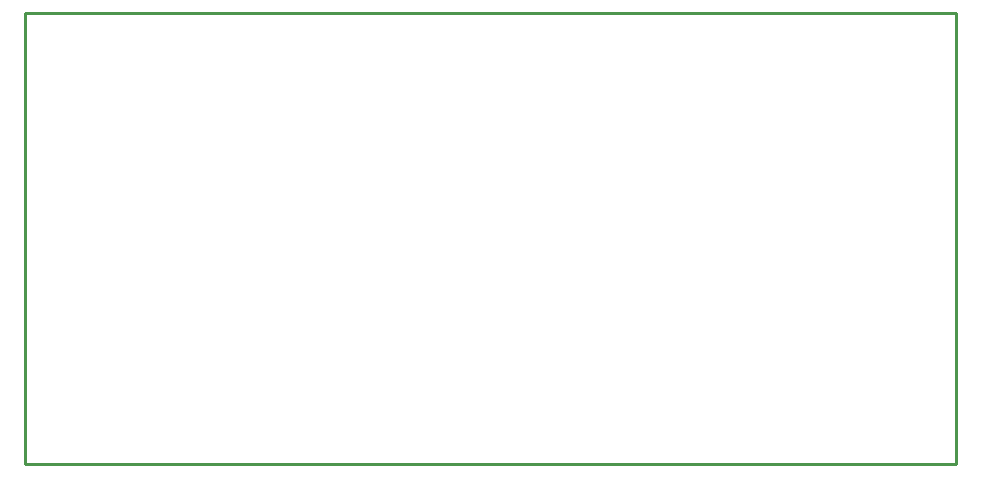
<source format=gko>
G04*
G04 #@! TF.GenerationSoftware,Altium Limited,Altium Designer,21.6.4 (81)*
G04*
G04 Layer_Color=16711935*
%FSLAX25Y25*%
%MOIN*%
G70*
G04*
G04 #@! TF.SameCoordinates,97392813-CCE2-4223-8130-4091A0700721*
G04*
G04*
G04 #@! TF.FilePolarity,Positive*
G04*
G01*
G75*
%ADD48C,0.01000*%
D48*
X0Y0D02*
Y150500D01*
Y0D02*
X310500D01*
Y150500D01*
X0D02*
X310500D01*
M02*

</source>
